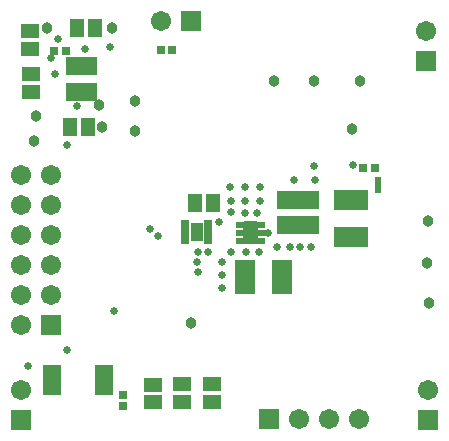
<source format=gts>
G04 Layer_Color=8388736*
%FSLAX44Y44*%
%MOMM*%
G71*
G01*
G75*
%ADD18R,0.4700X0.3500*%
%ADD45R,0.8032X0.7032*%
%ADD46R,0.5032X0.7032*%
%ADD47R,3.6032X1.5032*%
%ADD48R,1.3032X1.6032*%
%ADD49R,0.6532X1.6032*%
%ADD50R,0.6532X1.6032*%
%ADD51R,0.6532X1.6032*%
%ADD52R,1.6032X1.3032*%
%ADD53R,0.6732X0.5532*%
%ADD54R,1.6032X0.5532*%
%ADD55R,0.7032X0.5032*%
%ADD56R,1.1032X1.5032*%
%ADD57R,1.7032X3.0032*%
%ADD58R,3.0032X1.7032*%
%ADD59R,0.7032X0.8032*%
%ADD60C,0.9652*%
%ADD61C,0.6604*%
%ADD62C,1.7032*%
%ADD63R,1.7032X1.7032*%
%ADD64R,1.7032X1.7032*%
%ADD65C,0.8032*%
G36*
X220263Y186112D02*
X220394Y186087D01*
X220520Y186044D01*
X220639Y185985D01*
X220750Y185911D01*
X220850Y185823D01*
X220938Y185723D01*
X221012Y185612D01*
X221071Y185493D01*
X221113Y185366D01*
X221140Y185236D01*
X221148Y185103D01*
Y177403D01*
X221140Y177270D01*
X221113Y177139D01*
X221071Y177013D01*
X221012Y176894D01*
X220938Y176783D01*
X220850Y176683D01*
X220750Y176595D01*
X220639Y176521D01*
X220520Y176462D01*
X220394Y176420D01*
X220310Y176403D01*
X220394Y176387D01*
X220520Y176344D01*
X220639Y176285D01*
X220750Y176211D01*
X220850Y176123D01*
X220938Y176023D01*
X221012Y175912D01*
X221071Y175793D01*
X221113Y175667D01*
X221140Y175536D01*
X221148Y175403D01*
Y167703D01*
X221140Y167570D01*
X221113Y167439D01*
X221071Y167313D01*
X221012Y167194D01*
X220938Y167083D01*
X220850Y166983D01*
X220750Y166895D01*
X220639Y166821D01*
X220520Y166762D01*
X220394Y166719D01*
X220263Y166693D01*
X220130Y166685D01*
X209130D01*
X208997Y166693D01*
X208867Y166719D01*
X208740Y166762D01*
X208621Y166821D01*
X208510Y166895D01*
X208410Y166983D01*
X208322Y167083D01*
X208248Y167194D01*
X208189Y167313D01*
X208146Y167439D01*
X208120Y167570D01*
X208112Y167703D01*
Y175403D01*
X208120Y175536D01*
X208146Y175667D01*
X208189Y175793D01*
X208248Y175912D01*
X208322Y176023D01*
X208410Y176123D01*
X208510Y176211D01*
X208621Y176285D01*
X208740Y176344D01*
X208867Y176387D01*
X208950Y176403D01*
X208867Y176420D01*
X208740Y176462D01*
X208621Y176521D01*
X208510Y176595D01*
X208410Y176683D01*
X208322Y176783D01*
X208248Y176894D01*
X208189Y177013D01*
X208146Y177139D01*
X208120Y177270D01*
X208112Y177403D01*
Y185103D01*
X208120Y185236D01*
X208146Y185366D01*
X208189Y185493D01*
X208248Y185612D01*
X208322Y185723D01*
X208410Y185823D01*
X208510Y185911D01*
X208621Y185985D01*
X208740Y186044D01*
X208867Y186087D01*
X208997Y186112D01*
X209130Y186121D01*
X220130D01*
X220263Y186112D01*
D02*
G37*
D18*
X214630Y171553D02*
D03*
Y181253D02*
D03*
D45*
X320214Y231394D02*
D03*
X310214D02*
D03*
X58340Y330200D02*
D03*
X48340D02*
D03*
X138383Y331343D02*
D03*
X148383D02*
D03*
D46*
X322453Y213670D02*
D03*
Y220670D02*
D03*
D47*
X254508Y182921D02*
D03*
Y203921D02*
D03*
D48*
X182760Y201549D02*
D03*
X167760D02*
D03*
X61715Y266446D02*
D03*
X76715D02*
D03*
X82684Y350139D02*
D03*
X67684D02*
D03*
D49*
X61370Y295959D02*
D03*
D50*
X67870D02*
D03*
X74370D02*
D03*
X80870Y295959D02*
D03*
D51*
X61370Y317959D02*
D03*
X67870D02*
D03*
X74370D02*
D03*
X80870D02*
D03*
D52*
X28829Y295776D02*
D03*
Y310776D02*
D03*
X132080Y48013D02*
D03*
Y33013D02*
D03*
X156464Y48267D02*
D03*
Y33267D02*
D03*
X27813Y332352D02*
D03*
Y347352D02*
D03*
X181610Y48267D02*
D03*
Y33267D02*
D03*
D53*
X223780Y176403D02*
D03*
Y169903D02*
D03*
Y182903D02*
D03*
X205480D02*
D03*
Y169903D02*
D03*
Y176403D02*
D03*
D54*
X46834Y61689D02*
D03*
Y56689D02*
D03*
Y51689D02*
D03*
Y46689D02*
D03*
Y41689D02*
D03*
X90834Y61689D02*
D03*
Y56689D02*
D03*
Y51689D02*
D03*
Y46689D02*
D03*
Y41689D02*
D03*
D55*
X158910Y184919D02*
D03*
Y179919D02*
D03*
Y174919D02*
D03*
Y169919D02*
D03*
X178910D02*
D03*
Y174919D02*
D03*
Y179919D02*
D03*
Y184919D02*
D03*
D56*
X168910Y177419D02*
D03*
D57*
X210052Y139065D02*
D03*
X241052D02*
D03*
D58*
X299974Y173095D02*
D03*
Y204095D02*
D03*
D59*
X106553Y39544D02*
D03*
Y29544D02*
D03*
D60*
X300355Y264668D02*
D03*
X86614Y284353D02*
D03*
X117094Y288036D02*
D03*
X42545Y350266D02*
D03*
X97282D02*
D03*
X32893Y275209D02*
D03*
X89027Y266446D02*
D03*
X30861Y254254D02*
D03*
X234442Y304927D02*
D03*
X268351Y305435D02*
D03*
X307086D02*
D03*
X365125Y186690D02*
D03*
X364363Y150749D02*
D03*
X365760Y116967D02*
D03*
X163957Y100076D02*
D03*
X116967Y263017D02*
D03*
D61*
X268732Y233299D02*
D03*
X300990Y234188D02*
D03*
X268986Y221107D02*
D03*
X251333Y221234D02*
D03*
X222758Y203835D02*
D03*
X198120Y203581D02*
D03*
X210058Y203835D02*
D03*
X198120Y193929D02*
D03*
X210058Y193421D02*
D03*
X220218Y193675D02*
D03*
X190631Y129413D02*
D03*
Y140589D02*
D03*
Y151511D02*
D03*
X197866Y160147D02*
D03*
X210566D02*
D03*
X221996Y160655D02*
D03*
X209550Y215519D02*
D03*
X197612Y215265D02*
D03*
X222250Y215519D02*
D03*
X236728Y164719D02*
D03*
X247650D02*
D03*
X256794D02*
D03*
X265684D02*
D03*
X169803Y160147D02*
D03*
X178825D02*
D03*
X169549Y152019D02*
D03*
X169803Y143637D02*
D03*
X214630Y181911D02*
D03*
X214757Y170815D02*
D03*
X45466Y324866D02*
D03*
X99314Y110617D02*
D03*
X74168Y331851D02*
D03*
X51943Y340360D02*
D03*
X229108Y176403D02*
D03*
X26162Y63373D02*
D03*
X59436Y251079D02*
D03*
X129540Y179959D02*
D03*
X136652Y173863D02*
D03*
X49142Y310903D02*
D03*
X59182Y77343D02*
D03*
X95250Y333883D02*
D03*
X67766Y284151D02*
D03*
X187706Y185547D02*
D03*
D62*
X365252Y43307D02*
D03*
X255778Y18669D02*
D03*
X281178D02*
D03*
X306578D02*
D03*
X20066Y43053D02*
D03*
X139192Y355981D02*
D03*
X20066Y225171D02*
D03*
Y199771D02*
D03*
Y174371D02*
D03*
Y148971D02*
D03*
Y123571D02*
D03*
Y98171D02*
D03*
X45466Y225171D02*
D03*
Y199771D02*
D03*
Y174371D02*
D03*
Y148971D02*
D03*
Y123571D02*
D03*
X363474Y347599D02*
D03*
D63*
X365252Y17907D02*
D03*
X20066Y17653D02*
D03*
X45466Y98171D02*
D03*
X363474Y322199D02*
D03*
D64*
X230378Y18669D02*
D03*
X164592Y355981D02*
D03*
D65*
X168910Y177419D02*
D03*
M02*

</source>
